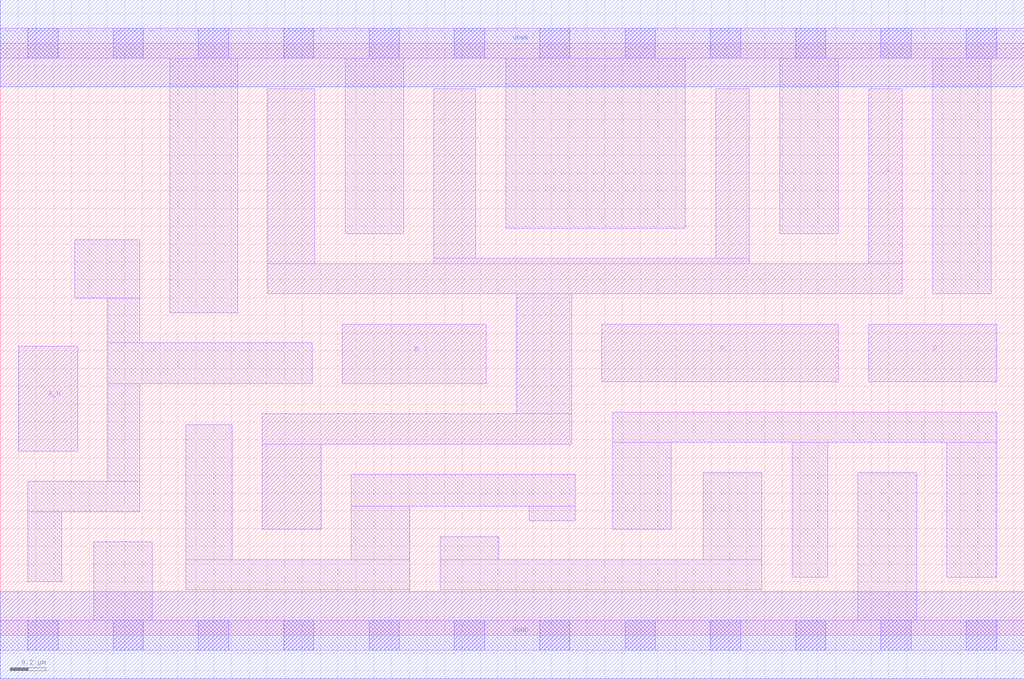
<source format=lef>
# Copyright 2020 The SkyWater PDK Authors
#
# Licensed under the Apache License, Version 2.0 (the "License");
# you may not use this file except in compliance with the License.
# You may obtain a copy of the License at
#
#     https://www.apache.org/licenses/LICENSE-2.0
#
# Unless required by applicable law or agreed to in writing, software
# distributed under the License is distributed on an "AS IS" BASIS,
# WITHOUT WARRANTIES OR CONDITIONS OF ANY KIND, either express or implied.
# See the License for the specific language governing permissions and
# limitations under the License.
#
# SPDX-License-Identifier: Apache-2.0

VERSION 5.7 ;
  NAMESCASESENSITIVE ON ;
  NOWIREEXTENSIONATPIN ON ;
  DIVIDERCHAR "/" ;
  BUSBITCHARS "[]" ;
UNITS
  DATABASE MICRONS 200 ;
END UNITS
MACRO sky130_fd_sc_lp__nand4b_2
  CLASS CORE ;
  SOURCE USER ;
  FOREIGN sky130_fd_sc_lp__nand4b_2 ;
  ORIGIN  0.000000  0.000000 ;
  SIZE  5.760000 BY  3.330000 ;
  SYMMETRY X Y R90 ;
  SITE unit ;
  PIN A_N
    ANTENNAGATEAREA  0.126000 ;
    DIRECTION INPUT ;
    USE SIGNAL ;
    PORT
      LAYER li1 ;
        RECT 0.105000 1.035000 0.435000 1.625000 ;
    END
  END A_N
  PIN B
    ANTENNAGATEAREA  0.630000 ;
    DIRECTION INPUT ;
    USE SIGNAL ;
    PORT
      LAYER li1 ;
        RECT 1.925000 1.415000 2.735000 1.750000 ;
    END
  END B
  PIN C
    ANTENNAGATEAREA  0.630000 ;
    DIRECTION INPUT ;
    USE SIGNAL ;
    PORT
      LAYER li1 ;
        RECT 3.385000 1.425000 4.715000 1.750000 ;
    END
  END C
  PIN D
    ANTENNAGATEAREA  0.630000 ;
    DIRECTION INPUT ;
    USE SIGNAL ;
    PORT
      LAYER li1 ;
        RECT 4.885000 1.425000 5.605000 1.750000 ;
    END
  END D
  PIN Y
    ANTENNADIFFAREA  1.659000 ;
    DIRECTION OUTPUT ;
    USE SIGNAL ;
    PORT
      LAYER li1 ;
        RECT 1.475000 0.595000 1.805000 1.075000 ;
        RECT 1.475000 1.075000 3.215000 1.245000 ;
        RECT 1.505000 1.920000 5.075000 2.090000 ;
        RECT 1.505000 2.090000 1.770000 3.075000 ;
        RECT 2.440000 2.090000 4.215000 2.120000 ;
        RECT 2.440000 2.120000 2.675000 3.075000 ;
        RECT 2.905000 1.245000 3.215000 1.920000 ;
        RECT 4.025000 2.120000 4.215000 3.075000 ;
        RECT 4.885000 2.090000 5.075000 3.075000 ;
    END
  END Y
  PIN VGND
    DIRECTION INOUT ;
    USE GROUND ;
    PORT
      LAYER met1 ;
        RECT 0.000000 -0.245000 5.760000 0.245000 ;
    END
  END VGND
  PIN VPWR
    DIRECTION INOUT ;
    USE POWER ;
    PORT
      LAYER met1 ;
        RECT 0.000000 3.085000 5.760000 3.575000 ;
    END
  END VPWR
  OBS
    LAYER li1 ;
      RECT 0.000000 -0.085000 5.760000 0.085000 ;
      RECT 0.000000  3.245000 5.760000 3.415000 ;
      RECT 0.155000  0.300000 0.345000 0.695000 ;
      RECT 0.155000  0.695000 0.785000 0.865000 ;
      RECT 0.420000  1.895000 0.785000 2.225000 ;
      RECT 0.525000  0.085000 0.855000 0.525000 ;
      RECT 0.605000  0.865000 0.785000 1.415000 ;
      RECT 0.605000  1.415000 1.755000 1.645000 ;
      RECT 0.605000  1.645000 0.785000 1.895000 ;
      RECT 0.955000  1.815000 1.335000 3.245000 ;
      RECT 1.045000  0.255000 2.305000 0.425000 ;
      RECT 1.045000  0.425000 1.305000 1.185000 ;
      RECT 1.940000  2.260000 2.270000 3.245000 ;
      RECT 1.975000  0.425000 2.305000 0.725000 ;
      RECT 1.975000  0.725000 3.235000 0.905000 ;
      RECT 2.475000  0.255000 4.285000 0.425000 ;
      RECT 2.475000  0.425000 2.805000 0.555000 ;
      RECT 2.845000  2.290000 3.855000 3.245000 ;
      RECT 2.975000  0.645000 3.235000 0.725000 ;
      RECT 3.445000  0.595000 3.775000 1.085000 ;
      RECT 3.445000  1.085000 5.605000 1.255000 ;
      RECT 3.955000  0.425000 4.285000 0.915000 ;
      RECT 4.385000  2.260000 4.715000 3.245000 ;
      RECT 4.455000  0.325000 4.655000 1.085000 ;
      RECT 4.825000  0.085000 5.155000 0.915000 ;
      RECT 5.245000  1.920000 5.575000 3.245000 ;
      RECT 5.325000  0.325000 5.605000 1.085000 ;
    LAYER mcon ;
      RECT 0.155000 -0.085000 0.325000 0.085000 ;
      RECT 0.155000  3.245000 0.325000 3.415000 ;
      RECT 0.635000 -0.085000 0.805000 0.085000 ;
      RECT 0.635000  3.245000 0.805000 3.415000 ;
      RECT 1.115000 -0.085000 1.285000 0.085000 ;
      RECT 1.115000  3.245000 1.285000 3.415000 ;
      RECT 1.595000 -0.085000 1.765000 0.085000 ;
      RECT 1.595000  3.245000 1.765000 3.415000 ;
      RECT 2.075000 -0.085000 2.245000 0.085000 ;
      RECT 2.075000  3.245000 2.245000 3.415000 ;
      RECT 2.555000 -0.085000 2.725000 0.085000 ;
      RECT 2.555000  3.245000 2.725000 3.415000 ;
      RECT 3.035000 -0.085000 3.205000 0.085000 ;
      RECT 3.035000  3.245000 3.205000 3.415000 ;
      RECT 3.515000 -0.085000 3.685000 0.085000 ;
      RECT 3.515000  3.245000 3.685000 3.415000 ;
      RECT 3.995000 -0.085000 4.165000 0.085000 ;
      RECT 3.995000  3.245000 4.165000 3.415000 ;
      RECT 4.475000 -0.085000 4.645000 0.085000 ;
      RECT 4.475000  3.245000 4.645000 3.415000 ;
      RECT 4.955000 -0.085000 5.125000 0.085000 ;
      RECT 4.955000  3.245000 5.125000 3.415000 ;
      RECT 5.435000 -0.085000 5.605000 0.085000 ;
      RECT 5.435000  3.245000 5.605000 3.415000 ;
  END
END sky130_fd_sc_lp__nand4b_2
END LIBRARY

</source>
